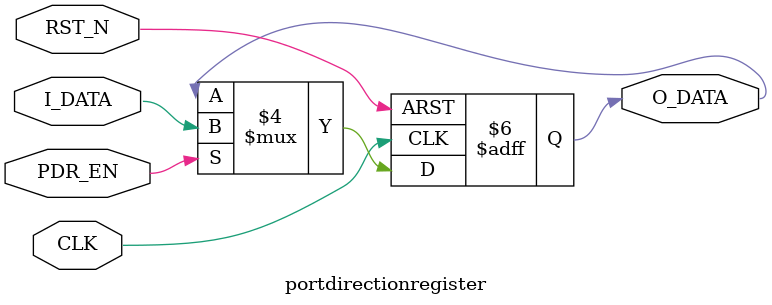
<source format=sv>
`timescale 1ns / 1ns

module portdirectionregister(CLK, RST_N, PDR_EN, I_DATA, O_DATA);
    input CLK, RST_N, PDR_EN;
    input I_DATA;
    output reg O_DATA;          

    always @(posedge CLK or negedge RST_N)                
        begin
            if(!RST_N)
                O_DATA = 1'b0;
            else if(PDR_EN) // If reset is high and enable is high
                O_DATA = I_DATA;     
            else                 
                O_DATA = O_DATA;            
        end
endmodule


</source>
